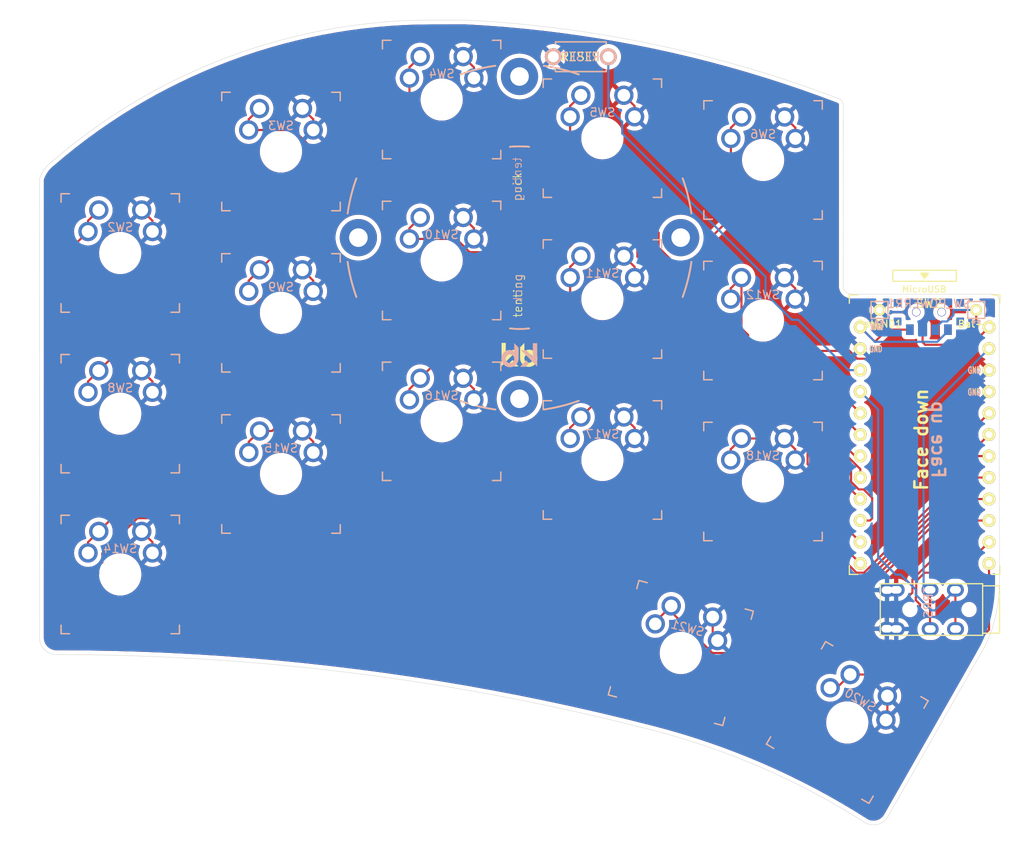
<source format=kicad_pcb>
(kicad_pcb (version 20211014) (generator pcbnew)
  (layers (0 "F.Cu" signal) (31 "B.Cu" signal) (34 "B.Paste" user) (35 "F.Paste" user) (36 "B.SilkS" user "B.Silkscreen") (37 "F.SilkS" user "F.Silkscreen") (38 "B.Mask" user) (39 "F.Mask" user) (44 "Edge.Cuts" user))
  (net 0 "")
  (net 1 "gnd")
  (net 2 "vcc")
  (net 3 "Switch18")
  (net 4 "reset")
  (net 5 "Switch1")
  (net 6 "Switch2")
  (net 7 "Switch3")
  (net 8 "Switch4")
  (net 9 "Switch5")
  (net 10 "Switch6")
  (net 11 "Switch7")
  (net 12 "Switch8")
  (net 13 "Switch9")
  (net 14 "Switch10")
  (net 15 "Switch11")
  (net 16 "Switch12")
  (net 17 "Switch13")
  (net 18 "Switch14")
  (net 19 "Switch15")
  (net 20 "Switch16")
  (net 21 "Switch17")
  (net 22 "raw")
  (net 23 "BT+_r")
  (net 24 "Net-(SW_POWERR1-Pad1)")
  (footprint "kbd:1pin_conn" (layer "F.Cu") (at 146.19 83.736)
    (fp_text reference "Bat+r1")
    (fp_text value "MountingHole_Pad" hide)
  )
  (footprint "kbd:1pin_conn" (layer "F.Cu") (at 134.76 83.736)
    (fp_text reference "BatGND1")
    (fp_text value "MountingHole_Pad" hide)
  )
  (footprint "Kailh:TRRS-PJ-DPB2" (layer "F.Cu") (at 146.95 119.15 -90)
    (fp_text reference "J2")
    (fp_text value "AudioJack4dpb" hide)
  )
  (footprint "Kailh:SW_MX_reversible_minimal" (layer "F.Cu") (at 45 77)
    (fp_text reference "SW2" hide)
    (fp_text value "SW_Push" hide)
  )
  (footprint "Kailh:SW_MX_reversible_minimal" (layer "F.Cu") (at 64 65)
    (fp_text reference "SW3" hide)
    (fp_text value "SW_Push" hide)
  )
  (footprint "Kailh:SW_MX_reversible_minimal" (layer "F.Cu") (at 83 58.86)
    (fp_text reference "SW4" hide)
    (fp_text value "SW_Push" hide)
  )
  (footprint "Kailh:SW_MX_reversible_minimal" (layer "F.Cu") (at 101.994 63.432)
    (fp_text reference "SW5" hide)
    (fp_text value "SW_Push" hide)
  )
  (footprint "Kailh:SW_MX_reversible_minimal" (layer "F.Cu") (at 121 66)
    (fp_text reference "SW6" hide)
    (fp_text value "SW_Push" hide)
  )
  (footprint "Kailh:SW_MX_reversible_minimal" (layer "F.Cu") (at 45 96)
    (fp_text reference "SW8" hide)
    (fp_text value "SW_Push" hide)
  )
  (footprint "Kailh:SW_MX_reversible_minimal" (layer "F.Cu") (at 64 84.074)
    (fp_text reference "SW9" hide)
    (fp_text value "SW_Push" hide)
  )
  (footprint "Kailh:SW_MX_reversible_minimal" (layer "F.Cu") (at 83 77.878)
    (fp_text reference "SW10" hide)
    (fp_text value "SW_Push" hide)
  )
  (footprint "Kailh:SW_MX_reversible_minimal" (layer "F.Cu") (at 102 82.45)
    (fp_text reference "SW11" hide)
    (fp_text value "SW_Push" hide)
  )
  (footprint "Kailh:SW_MX_reversible_minimal" (layer "F.Cu") (at 120.98 84.99)
    (fp_text reference "SW12" hide)
    (fp_text value "SW_Push" hide)
  )
  (footprint "Kailh:SW_MX_reversible_minimal" (layer "F.Cu") (at 45 115)
    (fp_text reference "SW14" hide)
    (fp_text value "SW_Push" hide)
  )
  (footprint "Kailh:SW_MX_reversible_minimal" (layer "F.Cu") (at 64.008 103.124)
    (fp_text reference "SW15" hide)
    (fp_text value "SW_Push" hide)
  )
  (footprint "Kailh:SW_MX_reversible_minimal" (layer "F.Cu") (at 83 96.896)
    (fp_text reference "SW16" hide)
    (fp_text value "SW_Push" hide)
  )
  (footprint "Kailh:SW_MX_reversible_minimal" (layer "F.Cu") (at 102 101.468)
    (fp_text reference "SW17" hide)
    (fp_text value "SW_Push" hide)
  )
  (footprint "Kailh:SW_MX_reversible_minimal" (layer "F.Cu") (at 130.95 132.504 -30)
    (fp_text reference "SW20" hide)
    (fp_text value "SW_Push" hide)
  )
  (footprint "Kailh:SW_MX_reversible_minimal" (layer "F.Cu") (at 111.272 124.288 -15)
    (fp_text reference "SW21" hide)
    (fp_text value "SW_Push" hide)
  )
  (footprint "kbd:Tenting_Puck2" (layer "F.Cu") (at 92.202 75.184)
    (fp_text reference "REF**")
    (fp_text value "Tenting Puck")
  )
  (footprint "Kailh:SPDT_C128955r" (layer "F.Cu") (at 140.602 83.99)
    (fp_text reference "SW2")
    (fp_text value "SW_SPDT")
  )
  (footprint "Kailh:SW_MX_reversible_minimal" (layer "F.Cu") (at 120.98 104.008)
    (fp_text reference "SW18" hide)
    (fp_text value "SW_Push" hide)
  )
  (footprint "kbd:ProMicro_v3_min" (layer "F.Cu") (at 140.094 100.246)
    (fp_text reference "U1" hide)
    (fp_text value "ProMicro-kbd" hide)
  )
  (footprint "Kailh:SPDT_C128955" (layer "B.Cu") (at 140.602 83.99 180)
    (fp_text reference "SW_POWERR1")
    (fp_text value "SW_SPDT")
  )
  (footprint "kbd:ResetSW" (layer "B.Cu") (at 99.45 53.8 180)
    (fp_text reference "RSW1" hide)
    (fp_text value "SW_Push")
  )
  (gr_arc (start 148.162 81.866) (mid 148.69233 82.08567) (end 148.912 82.616) (layer "Edge.Cuts") (width 0.05))
  (gr_line (start 148.912 96.45) (end 148.912 101.262) (layer "Edge.Cuts") (width 0.05))
  (gr_line (start 131.458 81.868917) (end 148.162 81.866) (layer "Edge.Cuts") (width 0.05))
  (gr_line (start 147.161679 123.613657) (end 135.71 143.699265) (layer "Edge.Cuts") (width 0.05))
  (gr_arc (start 148.924 116.248) (mid 148.462831 120.031316) (end 147.161679 123.613657) (layer "Edge.Cuts") (width 0.05))
  (gr_line (start 148.912 82.616) (end 148.912 96.45) (layer "Edge.Cuts") (width 0.05))
  (gr_line (start 148.912 101.262) (end 148.95 111.9) (layer "Edge.Cuts") (width 0.05))
  (gr_line (start 148.95 111.9) (end 148.924 116.248) (layer "Edge.Cuts") (width 0.05))
  (gr_arc (start 131.458 81.868917) (mid 130.750893 81.576024) (end 130.458 80.868917) (layer "Edge.Cuts") (width 0.05))
  (gr_line (start 130.458 80.868917) (end 130.463 59.473) (layer "Edge.Cuts") (width 0.05))
  (gr_arc (start 35.465859 68.23732) (mid 36.023193 67.119598) (end 36.894611 66.224861) (layer "Edge.Cuts") (width 0.05))
  (gr_arc (start 85.843227 49.463504) (mid 108.303644 52.385453) (end 130.028245 58.79247) (layer "Edge.Cuts") (width 0.05))
  (gr_line (start 37.767536 124.476378) (end 37.493002 124.473917) (layer "Edge.Cuts") (width 0.05))
  (gr_arc (start 107.797707 133.384137) (mid 120.821222 137.841207) (end 132.978 144.298) (layer "Edge.Cuts") (width 0.05))
  (gr_arc (start 37.767536 124.476378) (mid 73.062529 126.72971) (end 107.797707 133.384137) (layer "Edge.Cuts") (width 0.05))
  (gr_arc (start 37.493002 124.473917) (mid 36.080534 123.924716) (end 35.458001 122.542999) (layer "Edge.Cuts") (width 0.05))
  (gr_arc (start 135.71 143.699265) (mid 134.468995 144.56898) (end 132.978 144.298) (layer "Edge.Cuts") (width 0.05))
  (gr_arc (start 130.028245 58.79247) (mid 130.345034 59.069226) (end 130.463 59.473) (layer "Edge.Cuts") (width 0.05))
  (gr_line (start 35.465859 68.23732) (end 35.458001 122.542999) (layer "Edge.Cuts") (width 0.05))
  (gr_line (start 85.843227 49.463504) (end 81.868 49.468) (layer "Edge.Cuts") (width 0.05))
  (gr_arc (start 36.894611 66.224861) (mid 57.871135 53.793316) (end 81.868 49.468) (layer "Edge.Cuts") (width 0.05))
  (gr_text "Face up" (at 141.7 99.06 -90) (layer "B.SilkS") (effects (font (size 1.5 1.5) (thickness 0.3)) (justify mirror)))
  (gr_text "Face down" (at 139.7 99.06 90) (layer "F.SilkS") (effects (font (size 1.5 1.5) (thickness 0.3))))
  (segment (start 115.040252 120.038497) (end 115.040252 122.251323) (width 0.25) (layer "F.Cu") (net 1))
  (segment (start 67.818 99.314) (end 67.818 100.584) (width 0.25) (layer "F.Cu") (net 1))
  (segment (start 104.54 77.37) (end 105.81 78.64) (width 0.25) (layer "F.Cu") (net 1))
  (segment (start 104.534 58.352) (end 105.804 59.622) (width 0.25) (layer "F.Cu") (net 1))
  (segment (start 135.65 116.85) (end 136.7 116.85) (width 0.25) (layer "F.Cu") (net 1))
  (segment (start 124.79 100.198) (end 124.79 101.468) (width 0.25) (layer "F.Cu") (net 1))
  (segment (start 104.54 96.388) (end 105.81 97.658) (width 0.25) (layer "F.Cu") (net 1))
  (segment (start 136.7 116.85) (end 136.73 116.82) (width 0.25) (layer "F.Cu") (net 1))
  (segment (start 135.689705 129.374591) (end 135.689705 132.039147) (width 0.25) (layer "F.Cu") (net 1))
  (segment (start 124.79 81.18) (end 124.79 82.45) (width 0.25) (layer "F.Cu") (net 1))
  (segment (start 47.54 71.92) (end 48.81 73.19) (width 0.25) (layer "F.Cu") (net 1))
  (segment (start 123.54 60.92) (end 124.81 62.19) (width 0.25) (layer "F.Cu") (net 1))
  (segment (start 86.81 55.05) (end 86.81 56.32) (width 0.25) (layer "F.Cu") (net 1))
  (segment (start 47.54 109.92) (end 48.81 111.19) (width 0.25) (layer "F.Cu") (net 1))
  (segment (start 67.81 61.19) (end 67.81 62.46) (width 0.25) (layer "F.Cu") (net 1))
  (segment (start 124.81 62.19) (end 124.81 63.46) (width 0.25) (layer "F.Cu") (net 1))
  (segment (start 115.040252 122.251323) (end 115.609578 122.820649) (width 0.25) (layer "F.Cu") (net 1))
  (segment (start 123.52 79.91) (end 124.79 81.18) (width 0.25) (layer "F.Cu") (net 1))
  (segment (start 67.81 80.264) (end 67.81 81.534) (width 0.25) (layer "F.Cu") (net 1))
  (segment (start 48.81 92.19) (end 48.81 93.46) (width 0.25) (layer "F.Cu") (net 1))
  (segment (start 86.81 74.068) (end 86.81 75.338) (width 0.25) (layer "F.Cu") (net 1))
  (segment (start 136.72 121.42) (end 136.75 121.45) (width 0.25) (layer "F.Cu") (net 1))
  (segment (start 66.548 98.044) (end 67.818 99.314) (width 0.25) (layer "F.Cu") (net 1))
  (segment (start 105.81 78.64) (end 105.81 79.91) (width 0.25) (layer "F.Cu") (net 1))
  (segment (start 85.54 91.816) (end 86.81 93.086) (width 0.25) (layer "F.Cu") (net 1))
  (segment (start 86.81 93.086) (end 86.81 94.356) (width 0.25) (layer "F.Cu") (net 1))
  (segment (start 105.804 59.622) (end 105.804 60.892) (width 0.25) (layer "F.Cu") (net 1))
  (segment (start 48.81 111.19) (end 48.81 112.46) (width 0.25) (layer "F.Cu") (net 1))
  (segment (start 48.81 73.19) (end 48.81 74.46) (width 0.25) (layer "F.Cu") (net 1))
  (segment (start 105.81 97.658) (end 105.81 98.928) (width 0.25) (layer "F.Cu") (net 1))
  (segment (start 123.52 98.928) (end 124.79 100.198) (width 0.25) (layer "F.Cu") (net 1))
  (segment (start 66.54 59.92) (end 67.81 61.19) (width 0.25) (layer "F.Cu") (net 1))
  (segment (start 85.54 53.78) (end 86.81 55.05) (width 0.25) (layer "F.Cu") (net 1))
  (segment (start 85.54 72.798) (end 86.81 74.068) (width 0.25) (layer "F.Cu") (net 1))
  (segment (start 135.63 121.42) (end 136.72 121.42) (width 0.25) (layer "F.Cu") (net 1))
  (segment (start 66.54 78.994) (end 67.81 80.264) (width 0.25) (layer "F.Cu") (net 1))
  (segment (start 47.54 90.92) (end 48.81 92.19) (width 0.25) (layer "F.Cu") (net 1))
  (segment (start 135.689705 132.039147) (end 135.519557 132.209295) (width 0.25) (layer "F.Cu") (net 1))
  (segment (start 143.73 121.43) (end 143.75 121.45) (width 0.25) (layer "F.Cu") (net 2))
  (segment (start 143.73 116.82) (end 143.73 121.43) (width 0.25) (layer "F.Cu") (net 2))
  (segment (start 132.4854 93.388) (end 134.6 95.5026) (width 0.25) (layer "B.Cu") (net 2))
  (segment (start 140.8 119.25) (end 141.3 119.25) (width 0.25) (layer "B.Cu") (net 2))
  (segment (start 140.8 119.151522) (end 140.8 119.25) (width 0.25) (layer "B.Cu") (net 2))
  (segment (start 134.6 112.951522) (end 136.674239 115.025761) (width 0.25) (layer "B.Cu") (net 2))
  (segment (start 139.049239 116.799239) (end 139.049239 117.400761) (width 0.25) (layer "B.Cu") (net 2))
  (segment (start 136.674239 115.025761) (end 137.275761 115.025761) (width 0.25) (layer "B.Cu") (net 2))
  (segment (start 134.6 95.5026) (end 134.6 112.951522) (width 0.25) (layer "B.Cu") (net 2))
  (segment (start 137.275761 115.025761) (end 139.049239 116.799239) (width 0.25) (layer "B.Cu") (net 2))
  (segment (start 141.3 119.25) (end 143.73 116.82) (width 0.25) (layer "B.Cu") (net 2))
  (segment (start 139.049239 117.400761) (end 140.8 119.151522) (width 0.25) (layer "B.Cu") (net 2))
  (segment (start 140.73 121.43) (end 140.75 121.45) (width 0.25) (layer "F.Cu") (net 3))
  (segment (start 140.73 116.82) (end 140.73 121.43) (width 0.25) (layer "F.Cu") (net 3))
  (segment (start 139.97 96.0434) (end 147.7054 88.308) (width 0.25) (layer "B.Cu") (net 3))
  (segment (start 139.97 116.404) (end 139.97 96.0434) (width 0.25) (layer "B.Cu") (net 3))
  (segment (start 102.7 59.85) (end 104.336489 61.486489) (width 0.25) (layer "B.Cu") (net 4))
  (segment (start 104.336489 62.856136) (end 121.290176 79.809824) (width 0.25) (layer "B.Cu") (net 4))
  (segment (start 125.15 84.9) (end 131.098 90.848) (width 0.25) (layer "B.Cu") (net 4))
  (segment (start 104.336489 61.486489) (end 104.336489 62.856136) (width 0.25) (layer "B.Cu") (net 4))
  (segment (start 124.4 84.9) (end 125.15 84.9) (width 0.25) (layer "B.Cu") (net 4))
  (segment (start 131.098 90.848) (end 132.4854 90.848) (width 0.25) (layer "B.Cu") (net 4))
  (segment (start 121.290176 81.790176) (end 124.4 84.9) (width 0.25) (layer "B.Cu") (net 4))
  (segment (start 102.7 53.8) (end 102.7 59.85) (width 0.25) (layer "B.Cu") (net 4))
  (segment (start 121.290176 79.809824) (end 121.290176 81.790176) (width 0.25) (layer "B.Cu") (net 4))
  (segment (start 138.65048 115.602824) (end 138.65048 117.15) (width 0.25) (layer "F.Cu") (net 5))
  (segment (start 94.15 106.05) (end 88.6 100.5) (width 0.25) (layer "F.Cu") (net 5))
  (segment (start 42.35 114.8) (end 42.4 114.85) (width 0.25) (layer "F.Cu") (net 5))
  (segment (start 88.6 100.5) (end 72 100.5) (width 0.25) (layer "F.Cu") (net 5))
  (segment (start 42.46 71.92) (end 41.19 73.19) (width 0.25) (layer "F.Cu") (net 5))
  (segment (start 64.15 108.35) (end 47.034625 108.35) (width 0.25) (layer "F.Cu") (net 5))
  (segment (start 42.881089 113.568911) (end 42.35 114.1) (width 0.25) (layer "F.Cu") (net 5))
  (segment (start 72 100.5) (end 64.15 108.35) (width 0.25) (layer "F.Cu") (net 5))
  (segment (start 117.2 106.05) (end 94.15 106.05) (width 0.25) (layer "F.Cu") (net 5))
  (segment (start 125.706125 111.643875) (end 122.793875 111.643875) (width 0.25) (layer "F.Cu") (net 5))
  (segment (start 145.625304 108.628) (end 138.65048 115.602824) (width 0.25) (layer "F.Cu") (net 5))
  (segment (start 137.25144 118.54904) (end 132.611291 118.54904) (width 0.25) (layer "F.Cu") (net 5))
  (segment (start 40.85 116.4) (end 39.35 116.4) (width 0.25) (layer "F.Cu") (net 5))
  (segment (start 42.35 114.1) (end 42.35 114.8) (width 0.25) (layer "F.Cu") (net 5))
  (segment (start 41.19 73.19) (end 41.19 74.46) (width 0.25) (layer "F.Cu") (net 5))
  (segment (start 38.5 77.15) (end 41.19 74.46) (width 0.25) (layer "F.Cu") (net 5))
  (segment (start 39.35 116.4) (end 38.5 115.55) (width 0.25) (layer "F.Cu") (net 5))
  (segment (start 47.034625 108.35) (end 42.881089 112.503536) (width 0.25) (layer "F.Cu") (net 5))
  (segment (start 38.5 115.55) (end 38.5 77.15) (width 0.25) (layer "F.Cu") (net 5))
  (segment (start 42.881089 112.503536) (end 42.881089 113.568911) (width 0.25) (layer "F.Cu") (net 5))
  (segment (start 147.7054 108.628) (end 145.625304 108.628) (width 0.25) (layer "F.Cu") (net 5))
  (segment (start 132.611291 118.54904) (end 125.706125 111.643875) (width 0.25) (layer "F.Cu") (net 5))
  (segment (start 42.4 114.85) (end 40.85 116.4) (width 0.25) (layer "F.Cu") (net 5))
  (segment (start 138.65048 117.15) (end 137.25144 118.54904) (width 0.25) (layer "F.Cu") (net 5))
  (segment (start 122.793875 111.643875) (end 117.2 106.05) (width 0.25) (layer "F.Cu") (net 5))
  (segment (start 129.89542 99.95458) (end 132.4854 102.54456) (width 0.25) (layer "F.Cu") (net 6))
  (segment (start 98.170956 71.44952) (end 98.674228 71.952792) (width 0.25) (layer "F.Cu") (net 6))
  (segment (start 117.346436 87.405596) (end 117.346436 88.203565) (width 0.25) (layer "F.Cu") (net 6))
  (segment (start 132.4854 102.54456) (end 132.4854 103.548) (width 0.25) (layer "F.Cu") (net 6))
  (segment (start 91.95048 71.442792) (end 91.95048 71.44952) (width 0.25) (layer "F.Cu") (net 6))
  (segment (start 129.95096 95.300714) (end 129.95096 99.89904) (width 0.25) (layer "F.Cu") (net 6))
  (segment (start 60.19 61.19) (end 60.19 62.46) (width 0.25) (layer "F.Cu") (net 6))
  (segment (start 107.562756 74.962756) (end 107.562756 76.937244) (width 0.25) (layer "F.Cu") (net 6))
  (segment (start 125.203039 90.552793) (end 129.95096 95.300714) (width 0.25) (layer "F.Cu") (net 6))
  (segment (start 117.346436 88.203565) (end 119.895664 90.752793) (width 0.25) (layer "F.Cu") (net 6))
  (segment (start 125 90.752793) (end 125.2 90.552793) (width 0.25) (layer "F.Cu") (net 6))
  (segment (start 107.762756 77.137244) (end 107.837244 77.137244) (width 0.25) (layer "F.Cu") (net 6))
  (segment (start 98.674228 71.952792) (end 98.67654 71.95048) (width 0.25) (layer "F.Cu") (net 6))
  (segment (start 129.95096 99.89904) (end 129.89542 99.95458) (width 0.25) (layer "F.Cu") (net 6))
  (segment (start 98.67654 71.95048) (end 104.55048 71.95048) (width 0.25) (layer "F.Cu") (net 6))
  (segment (start 112.657621 82.716781) (end 117.346436 87.405596) (width 0.25) (layer "F.Cu") (net 6))
  (segment (start 60.19 62.46) (end 65.51 62.46) (width 0.25) (layer "F.Cu") (net 6))
  (segment (start 85.957688 65.45) (end 91.95048 71.442792) (width 0.25) (layer "F.Cu") (net 6))
  (segment (start 112.657621 81.957621) (end 112.657621 82.716781) (width 0.25) (layer "F.Cu") (net 6))
  (segment (start 65.51 62.46) (end 68.5 65.45) (width 0.25) (layer "F.Cu") (net 6))
  (segment (start 107.837244 77.137244) (end 112.657621 81.957621) (width 0.25) (layer "F.Cu") (net 6))
  (segment (start 104.55048 71.95048) (end 107.562756 74.962756) (width 0.25) (layer "F.Cu") (net 6))
  (segment (start 119.895664 90.752793) (end 125 90.752793) (width 0.25) (layer "F.Cu") (net 6))
  (segment (start 107.562756 76.937244) (end 107.762756 77.137244) (width 0.25) (layer "F.Cu") (net 6))
  (segment (start 125.2 90.552793) (end 125.203039 90.552793) (width 0.25) (layer "F.Cu") (net 6))
  (segment (start 91.95048 71.44952) (end 98.170956 71.44952) (width 0.25) (layer "F.Cu") (net 6))
  (segment (start 68.5 65.45) (end 85.957688 65.45) (width 0.25) (layer "F.Cu") (net 6))
  (segment (start 61.46 59.92) (end 60.19 61.19) (width 0.25) (layer "F.Cu") (net 6))
  (segment (start 125.210484 89.92452) (end 130.40048 95.114516) (width 0.25) (layer "F.Cu") (net 7))
  (segment (start 79.19 55.05) (end 79.19 56.32) (width 0.25) (layer "F.Cu") (net 7))
  (segment (start 92.143406 71) (end 98.357154 71) (width 0.25) (layer "F.Cu") (net 7))
  (segment (start 113.15048 82.573922) (end 117.762263 87.185705) (width 0.25) (layer "F.Cu") (net 7))
  (segment (start 108.20048 74.89952) (end 108.20048 76.84952) (width 0.25) (layer "F.Cu") (net 7))
  (segment (start 108.20048 76.84952) (end 108.313803 76.84952) (width 0.25) (layer "F.Cu") (net 7))
  (segment (start 108.313803 76.84952) (end 113.15096 81.686677) (width 0.25) (layer "F.Cu") (net 7))
  (segment (start 98.357154 71) (end 98.858114 71.50096) (width 0.25) (layer "F.Cu") (net 7))
  (segment (start 83.028297 64.978297) (end 86.121703 64.978297) (width 0.25) (layer "F.Cu") (net 7))
  (segment (start 120.081861 90.303273) (end 124.6 90.303273) (width 0.25) (layer "F.Cu") (net 7))
  (segment (start 98.858114 71.50096) (end 104.80192 71.50096) (width 0.25) (layer "F.Cu") (net 7))
  (segment (start 130.40048 99.536198) (end 131.872283 101.008) (width 0.25) (layer "F.Cu") (net 7))
  (segment (start 124.92452 89.92452) (end 125.210484 89.92452) (width 0.25) (layer "F.Cu") (net 7))
  (segment (start 124.92452 89.978753) (end 124.92452 89.92452) (width 0.25) (layer "F.Cu") (net 7))
  (segment (start 117.814295 87.185705) (end 117.814294 88.035706) (width 0.25) (layer "F.Cu") (net 7))
  (segment (start 79.19 56.32) (end 79.19 61.14) (width 0.25) (layer "F.Cu") (net 7))
  (segment (start 80.46 53.78) (end 79.19 55.05) (width 0.25) (layer "F.Cu") (net 7))
  (segment (start 86.121703 64.978297) (end 92.143406 71) (width 0.25) (layer "F.Cu") (net 7))
  (segment (start 79.19 61.14) (end 83.028297 64.978297) (width 0.25) (layer "F.Cu") (net 7))
  (segment (start 113.15096 81.74904) (end 113.15048 81.74952) (width 0.25) (layer "F.Cu") (net 7))
  (segment (start 124.6 90.303273) (end 124.92452 89.978753) (width 0.25) (layer "F.Cu") (net 7))
  (segment (start 130.40048 95.114516) (end 130.40048 99.536198) (width 0.25) (layer "F.Cu") (net 7))
  (segment (start 117.814294 88.035706) (end 120.081861 90.303273) (width 0.25) (layer "F.Cu") (net 7))
  (segment (start 131.872283 101.008) (end 132.4854 101.008) (width 0.25) (layer "F.Cu") (net 7))
  (segment (start 113.15096 81.686677) (end 113.15096 81.74904) (width 0.25) (layer "F.Cu") (net 7))
  (segment (start 113.15048 81.74952) (end 113.15048 82.573922) (width 0.25) (layer "F.Cu") (net 7))
  (segment (start 104.80192 71.50096) (end 108.20048 74.89952) (width 0.25) (layer "F.Cu") (net 7))
  (segment (start 117.762263 87.185705) (end 117.814295 87.185705) (width 0.25) (layer "F.Cu") (net 7))
  (segment (start 118.325 87.060693) (end 118.325 87.910694) (width 0.25) (layer "F.Cu") (net 8))
  (segment (start 130.85 94.928318) (end 130.85 96.8326) (width 0.25) (layer "F.Cu") (net 8))
  (segment (start 113.652511 82.388204) (end 118.325 87.060693) (width 0.25) (layer "F.Cu") (net 8))
  (segment (start 102 70.5) (end 104.55 70.5) (width 0.25) (layer "F.Cu") (net 8))
  (segment (start 98.184 60.892) (end 98.184 66.684) (width 0.25) (layer "F.Cu") (net 8))
  (segment (start 99.454 58.352) (end 98.184 59.622) (width 0.25) (layer "F.Cu") (net 8))
  (segment (start 98.184 59.622) (end 98.184 60.892) (width 0.25) (layer "F.Cu") (net 8))
  (segment (start 130.85 96.8326) (end 132.4854 98.468) (width 0.25) (layer "F.Cu") (net 8))
  (segment (start 108.65 76.55) (end 108.85 76.55) (width 0.25) (layer "F.Cu") (net 8))
  (segment (start 104.55 70.5) (end 108.65 74.6) (width 0.25) (layer "F.Cu") (net 8))
  (segment (start 124.253753 89.85) (end 124.629233 89.47452) (width 0.25) (layer "F.Cu") (net 8))
  (segment (start 124.629233 89.47452) (end 125.396202 89.47452) (width 0.25) (layer "F.Cu") (net 8))
  (segment (start 108.85 76.55) (end 113.60048 81.30048) (width 0.25) (layer "F.Cu") (net 8))
  (segment (start 125.396202 89.47452) (end 130.85 94.928318) (width 0.25) (layer "F.Cu") (net 8))
  (segment (start 120.264306 89.85) (end 124.253753 89.85) (width 0.25) (layer "F.Cu") (net 8))
  (segment (start 118.325 87.910694) (end 120.264306 89.85) (width 0.25) (layer "F.Cu") (net 8))
  (segment (start 113.60048 82.388204) (end 113.652511 82.388204) (width 0.25) (layer "F.Cu") (net 8))
  (segment (start 113.60048 81.30048) (end 113.60048 82.388204) (width 0.25) (layer "F.Cu") (net 8))
  (segment (start 98.184 66.684) (end 102 70.5) (width 0.25) (layer "F.Cu") (net 8))
  (segment (start 108.65 74.6) (end 108.65 76.55) (width 0.25) (layer "F.Cu") (net 8))
  (segment (start 124.067555 89.217555) (end 124.067555 89.40048) (width 0.25) (layer "F.Cu") (net 9))
  (segment (start 118.77452 87.724496) (end 118.77452 86.874495) (width 0.25) (layer "F.Cu") (net 9))
  (segment (start 125.675 89.025) (end 124.26011 89.025) (width 0.25) (layer "F.Cu") (net 9))
  (segment (start 114.05 82.149975) (end 114.05 75.956199) (width 0.25) (layer "F.Cu") (net 9))
  (segment (start 118.46 60.92) (end 117.19 62.19) (width 0.25) (layer "F.Cu") (net 9))
  (segment (start 114.05 75.956199) (end 117.19 72.816199) (width 0.25) (layer "F.Cu") (net 9))
  (segment (start 132.4854 95.928) (end 129.525 92.9676) (width 0.25) (layer "F.Cu") (net 9))
  (segment (start 124.067555 89.40048) (end 120.450504 89.40048) (width 0.25) (layer "F.Cu") (net 9))
  (segment (start 129.525 92.875) (end 125.675 89.025) (width 0.25) (layer "F.Cu") (net 9))
  (segment (start 129.525 92.9676) (end 129.525 92.875) (width 0.25) (layer "F.Cu") (net 9))
  (segment (start 117.19 62.19) (end 117.19 63.46) (width 0.25) (layer "F.Cu") (net 9))
  (segment (start 124.26011 89.025) (end 124.067555 89.217555) (width 0.25) (layer "F.Cu") (net 9))
  (segment (start 118.77452 86.874495) (end 114.05 82.149975) (width 0.25) (layer "F.Cu") (net 9))
  (segment (start 120.450504 89.40048) (end 118.77452 87.724496) (width 0.25) (layer "F.Cu") (net 9))
  (segment (start 117.19 72.816199) (end 117.19 63.46) (width 0.25) (layer "F.Cu") (net 9))
  (segment (start 85.328565 66.34904) (end 91.30144 72.321915) (width 0.25) (layer "F.Cu") (net 10))
  (segment (start 125.030643 91.651833) (end 129.05192 95.67311) (width 0.25) (layer "F.Cu") (net 10))
  (segment (start 129.05192 98.14808) (end 128.99638 98.20362) (width 0.25) (layer "F.Cu") (net 10))
  (segment (start 97.79856 72.34856) (end 98.301832 72.851832) (width 0.25) (layer "F.Cu") (net 10))
  (segment (start 103.851832 72.851832) (end 106.65048 75.65048) (width 0.25) (layer "F.Cu") (net 10))
  (segment (start 128.99638 98.20362) (end 128.99638 100.386724) (width 0.25) (layer "F.Cu") (net 10))
  (segment (start 129.05192 95.67311) (end 129.05192 98.14808) (width 0.25) (layer "F.Cu") (net 10))
  (segment (start 42.46 90.92) (end 46.1269 87.2531) (width 0.25) (layer "F.Cu") (net 10))
  (segment (start 91.30144 72.321915) (end 91.30144 72.34856) (width 0.25) (layer "F.Cu") (net 10))
  (segment (start 116.254828 87.645172) (end 116.254828 88.383394) (width 0.25) (layer "F.Cu") (net 10))
  (segment (start 46.1269 87.2531) (end 56.8469 87.2531) (width 0.25) (layer "F.Cu") (net 10))
  (segment (start 106.65048 77.30048) (end 111.758581 82.408581) (width 0.25) (layer "F.Cu") (net 10))
  (segment (start 64.5 79.6) (end 64.5 76.589718) (width 0.25) (layer "F.Cu") (net 10))
  (segment (start 41.19 92.19) (end 41.19 93.46) (width 0.25) (layer "F.Cu") (net 10))
  (segment (start 130.35 101.740343) (end 130.35 103.9526) (width 0.25) (layer "F.Cu") (net 10))
  (segment (start 106.65048 75.65048) (end 106.65048 77.30048) (width 0.25) (layer "F.Cu") (net 10))
  (segment (start 111.758581 82.408581) (end 111.758581 83.148925) (width 0.25) (layer "F.Cu") (net 10))
  (segment (start 128.99638 100.386724) (end 130.35 101.740343) (width 0.25) (layer "F.Cu") (net 10))
  (segment (start 91.30144 72.34856) (end 97.79856 72.34856) (width 0.25) (layer "F.Cu") (net 10))
  (segment (start 64.5 76.589718) (end 74.740678 66.34904) (width 0.25) (layer "F.Cu") (net 10))
  (segment (start 130.35 103.9526) (end 132.4854 106.088) (width 0.25) (layer "F.Cu") (net 10))
  (segment (start 111.758581 83.148925) (end 116.254828 87.645172) (width 0.25) (layer "F.Cu") (net 10))
  (segment (start 116.254828 88.383394) (end 119.523268 91.651833) (width 0.25) (layer "F.Cu") (net 10))
  (segment (start 56.8469 87.2531) (end 64.5 79.6) (width 0.25) (layer "F.Cu") (net 10))
  (segment (start 42.46 90.92) (end 41.19 92.19) (width 0.25) (layer "F.Cu") (net 10))
  (segment (start 74.740678 66.34904) (end 85.328565 66.34904) (width 0.25) (layer "F.Cu") (net 10))
  (segment (start 98.301832 72.851832) (end 103.851832 72.851832) (width 0.25) (layer "F.Cu") (net 10))
  (segment (start 119.523268 91.651833) (end 125.030643 91.651833) (width 0.25) (layer "F.Cu") (net 10))
  (segment (start 116.728577 88.221424) (end 119.709466 91.202313) (width 0.25) (layer "F.Cu") (net 11))
  (segment (start 91.514283 71.89904) (end 97.984758 71.89904) (width 0.25) (layer "F.Cu") (net 11))
  (segment (start 129.50144 99.712842) (end 129.4459 99.768382) (width 0.25) (layer "F.Cu") (net 11))
  (segment (start 107.1 77.110206) (end 110.032653 80.042859) (width 0.25) (layer "F.Cu") (net 11))
  (segment (start 132.88396 104.95) (end 133.89198 105.95802) (width 0.25) (layer "F.Cu") (net 11))
  (segment (start 132.3 104.95) (end 132.88396 104.95) (width 0.25) (layer "F.Cu") (net 11))
  (segment (start 110.107141 80.042859) (end 112.208101 82.143819) (width 0.25) (layer "F.Cu") (net 11))
  (segment (start 85.514763 65.89952) (end 91.514283 71.89904) (width 0.25) (layer "F.Cu") (net 11))
  (segment (start 60.19 80.264) (end 60.19 81.534) (width 0.25) (layer "F.Cu") (net 11))
  (segment (start 129.50144 95.486912) (end 129.50144 99.712842) (width 0.25) (layer "F.Cu") (net 11))
  (segment (start 112.208101 82.962727) (end 116.728577 87.483203) (width 0.25) (layer "F.Cu") (net 11))
  (segment (start 110.032653 80.042859) (end 110.107141 80.042859) (width 0.25) (layer "F.Cu") (net 11))
  (segment (start 133.89198 108.37406) (end 133.63804 108.628) (width 0.25) (layer "F.Cu") (net 11))
  (segment (start 104.35 72.4) (end 107.1 75.15) (width 0.25) (layer "F.Cu") (net 11))
  (segment (start 129.4459 100.200526) (end 131.398889 102.153514) (width 0.25) (layer "F.Cu") (net 11))
  (segment (start 119.709466 91.202313) (end 125.197687 91.202313) (width 0.25) (layer "F.Cu") (net 11))
  (segment (start 125.207264 91.192736) (end 129.50144 95.486912) (width 0.25) (layer "F.Cu") (net 11))
  (segment (start 104.347688 72.402312) (end 104.35 72.4) (width 0.25) (layer "F.Cu") (net 11))
  (segment (start 129.4459 99.768382) (end 129.4459 100.200526) (width 0.25) (layer "F.Cu") (net 11))
  (segment (start 133.63804 108.628) (end 132.4854 108.628) (width 0.25) (layer "F.Cu") (net 11))
  (segment (start 97.984758 71.89904) (end 98.48803 72.402312) (width 0.25) (layer "F.Cu") (net 11))
  (segment (start 98.48803 72.402312) (end 104.347688 72.402312) (width 0.25) (layer "F.Cu") (net 11))
  (segment (start 133.89198 105.95802) (end 133.89198 108.37406) (width 0.25) (layer "F.Cu") (net 11))
  (segment (start 131.398889 102.153514) (end 131.398889 104.048889) (width 0.25) (layer "F.Cu") (net 11))
  (segment (start 116.728577 87.483203) (end 116.728577 88.221424) (width 0.25) (layer "F.Cu") (net 11))
  (segment (start 61.46 78.994) (end 74.55448 65.89952) (width 0.25) (layer "F.Cu") (net 11))
  (segment (start 131.398889 104.048889) (end 132.3 104.95) (width 0.25) (layer "F.Cu") (net 11))
  (segment (start 61.46 78.994) (end 60.19 80.264) (width 0.25) (layer "F.Cu") (net 11))
  (segment (start 74.55448 65.89952) (end 85.514763 65.89952) (width 0.25) (layer "F.Cu") (net 11))
  (segment (start 107.1 75.15) (end 107.1 77.110206) (width 0.25) (layer "F.Cu") (net 11))
  (segment (start 125.197687 91.202313) (end 125.207264 91.192736) (width 0.25) (layer "F.Cu") (net 11))
  (segment (start 112.208101 82.143819) (end 112.208101 82.962727) (width 0.25) (layer "F.Cu") (net 11))
  (segment (start 128.54686 100.57292) (end 129.90048 101.926541) (width 0.25) (layer "F.Cu") (net 12))
  (segment (start 129.90048 108.58308) (end 132.4854 111.168) (width 0.25) (layer "F.Cu") (net 12))
  (segment (start 128.6024 95.859308) (end 128.54686 95.914848) (width 0.25) (layer "F.Cu") (net 12))
  (segment (start 106.132141 77.417859) (end 111.032141 82.317859) (width 0.25) (layer "F.Cu") (net 12))
  (segment (start 115.073939 87.1) (end 115.073939 87.123939) (width 0.25) (layer "F.Cu") (net 12))
  (segment (start 119.33707 92.101353) (end 124.844445 92.101353) (width 0.25) (layer "F.Cu") (net 12))
  (segment (start 115.805308 87.855308) (end 115.805308 88.56959) (width 0.25) (layer "F.Cu") (net 12))
  (segment (start 79.19 75.338) (end 84.734625 75.338) (width 0.25) (layer "F.Cu") (net 12))
  (segment (start 84.734625 75.338) (end 86.296625 76.9) (width 0.25) (layer "F.Cu") (net 12))
  (segment (start 99.95 74.45) (end 104.814282 74.45) (width 0.25) (layer "F.Cu") (net 12))
  (segment (start 104.814282 74.45) (end 106.132141 75.767859) (width 0.25) (layer "F.Cu") (net 12))
  (segment (start 128.54686 95.914848) (end 128.54686 100.57292) (width 0.25) (layer "F.Cu") (net 12))
  (segment (start 115.073939 87.123939) (end 115.805308 87.855308) (width 0.25) (layer "F.Cu") (net 12))
  (segment (start 106.132141 75.767859) (end 106.132141 77.417859) (width 0.25) (layer "F.Cu") (net 12))
  (segment (start 129.90048 101.926541) (end 129.90048 108.58308) (width 0.25) (layer "F.Cu") (net 12))
  (segment (start 79.19 74.068) (end 79.19 75.338) (width 0.25) (layer "F.Cu") (net 12))
  (segment (start 80.46 72.798) (end 79.19 74.068) (width 0.25) (layer "F.Cu") (net 12))
  (segment (start 111.032141 82.317859) (end 111.032141 83.058202) (width 0.25) (layer "F.Cu") (net 12))
  (segment (start 97.5 76.9) (end 99.95 74.45) (width 0.25) (layer "F.Cu") (net 12))
  (segment (start 124.844445 92.101353) (end 128.6024 95.859308) (width 0.25) (layer "F.Cu") (net 12))
  (segment (start 111.032141 83.058202) (end 115.073939 87.1) (width 0.25) (layer "F.Cu") (net 12))
  (segment (start 115.805308 88.56959) (end 119.33707 92.101353) (width 0.25) (layer "F.Cu") (net 12))
  (segment (start 86.296625 76.9) (end 97.5 76.9) (width 0.25) (layer "F.Cu") (net 12))
  (segment (start 119.100644 92.550873) (end 115.936427 89.386656) (width 0.25) (layer "F.Cu") (net 13))
  (segment (start 98.19 78.64) (end 98.19 79.91) (width 0.25) (layer "F.Cu") (net 13))
  (segment (start 128.06911 95.961736) (end 128.06911 100.73089) (width 0.25) (layer "F.Cu") (net 13))
  (segment (start 129.45096 102.112739) (end 129.45096 110.67356) (width 0.25) (layer "F.Cu") (net 13))
  (segment (start 115.936427 89.386656) (end 115.936427 89.336427) (width 0.25) (layer "F.Cu") (net 13))
  (segment (start 98.19 87.962625) (end 98.19 79.91) (width 0.25) (layer "F.Cu") (net 13))
  (segment (start 129.45096 110.67356) (end 132.4854 113.708) (width 0.25) (layer "F.Cu") (net 13))
  (segment (start 119.889094 92.550873) (end 124.658247 92.550873) (width 0.25) (layer "F.Cu") (net 13))
  (segment (start 128.06911 100.73089) (end 129.45096 102.112739) (width 0.25) (layer "F.Cu") (net 13))
  (segment (start 120.499127 92.550873) (end 119.100644 92.550873) (width 0.25) (layer "F.Cu") (net 13))
  (segment (start 99.563803 89.336427) (end 98.19 87.962625) (width 0.25) (layer "F.Cu") (net 13))
  (segment (start 124.658247 92.550873) (end 128.06911 95.961736) (width 0.25) (layer "F.Cu") (net 13))
  (segment (start 99.46 77.37) (end 98.19 78.64) (width 0.25) (layer "F.Cu") (net 13))
  (segment (start 115.936427 89.336427) (end 99.563803 89.336427) (width 0.25) (layer "F.Cu") (net 13))
  (segment (start 123.788802 88.57548) (end 131.21632 88.57548) (width 0.25) (layer "F.Cu") (net 14))
  (segment (start 120.62404 88.9) (end 123.464282 88.9) (width 0.25) (layer "F.Cu") (net 14))
  (segment (start 131.21632 88.57548) (end 132.14084 89.5) (width 0.25) (layer "F.Cu") (net 14))
  (segment (start 132.14084 89.5) (end 143.9734 89.5) (width 0.25) (layer "F.Cu") (net 14))
  (segment (start 143.9734 89.5) (end 147.7054 85.768) (width 0.25) (layer "F.Cu") (net 14))
  (segment (start 118.44 85.904257) (end 119.22404 86.688297) (width 0.25) (layer "F.Cu") (net 14))
  (segment (start 123.464282 88.9) (end 123.788802 88.57548) (width 0.25) (layer "F.Cu") (net 14))
  (segment (start 118.44 79.91) (end 117.17 81.18) (width 0.25) (layer "F.Cu") (net 14))
  (segment (start 117.17 81.18) (end 117.17 82.45) (width 0.25) (layer "F.Cu") (net 14))
  (segment (start 119.22404 86.688297) (end 119.22404 87.5) (width 0.25) (layer "F.Cu") (net 14))
  (segment (start 118.44 79.91) (end 118.44 85.904257) (width 0.25) (layer "F.Cu") (net 14))
  (segment (start 119.22404 87.5) (end 120.62404 88.9) (width 0.25) (layer "F.Cu") (net 14))
  (segment (start 124.472049 93.000393) (end 127.61959 96.147934) (width 0.25) (layer "F.Cu") (net 15))
  (segment (start 132.035351 114.794511) (end 132.935449 114.794511) (width 0.25) (layer "F.Cu") (net 15))
  (segment (start 74.75 85.6) (end 95.191657 85.6) (width 0.25) (layer "F.Cu") (net 15))
  (segment (start 115.7 89.785947) (end 118.914446 93.000393) (width 0.25) (layer "F.Cu") (net 15))
  (segment (start 95.191657 85.6) (end 99.541659 89.95) (width 0.25) (layer "F.Cu") (net 15))
  (segment (start 99.705712 89.785947) (end 115.7 89.785947) (width 0.25) (layer "F.Cu") (net 15))
  (segment (start 57.19 95.19) (end 65.16 95.19) (width 0.25) (layer "F.Cu") (net 15))
  (segment (start 118.914446 93.000393) (end 124.472049 93.000393) (width 0.25) (layer "F.Cu") (net 15))
  (segment (start 41.19 111.19) (end 41.19 112.46) (width 0.25) (layer "F.Cu") (net 15))
  (segment (start 127.81959 101.18041) (end 127.88041 101.18041) (width 0.25) (layer "F.Cu") (net 15))
  (segment (start 128.92042 111.67958) (end 132.035351 114.794511) (width 0.25) (layer "F.Cu") (net 15))
  (segment (start 129.00144 102.30144) (end 129.00144 111.59856) (width 0.25) (layer "F.Cu") (net 15))
  (segment (start 127.88041 101.18041) (end 129.00144 102.30144) (width 0.25) (layer "F.Cu") (net 15))
  (segment (start 42.46 109.92) (end 57.19 95.19) (width 0.25) (layer "F.Cu") (net 15))
  (segment (start 132.935449 114.794511) (end 142.5 105.22996) (width 0.25) (layer "F.Cu") (net 15))
  (segment (start 142.5 101.1334) (end 147.7054 95.928) (width 0.25) (layer "F.Cu") (net 15))
  (segment (start 65.16 95.19) (end 74.75 85.6) (width 0.25) (layer "F.Cu") (net 15))
  (segment (start 42.46 109.92) (end 41.19 111.19) (width 0.25) (layer "F.Cu") (net 15))
  (segment (start 129.00144 111.59856) (end 128.92042 111.67958) (width 0.25) (layer "F.Cu") (net 15))
  (segment (start 99.541659 89.95) (end 99.705712 89.785947) (width 0.25) (layer "F.Cu") (net 15))
  (segment (start 142.5 105.22996) (end 142.5 101.1334) (width 0.25) (layer "F.Cu") (net 15))
  (segment (start 127.61959 100.98041) (end 127.81959 101.18041) (width 0.25) (layer "F.Cu") (net 15))
  (segment (start 127.61959 96.147934) (end 127.61959 100.98041) (width 0.25) (layer "F.Cu") (net 15))
  (segment (start 95.005459 86.04952) (end 74.936197 86.04952) (width 0.25) (layer "F.Cu") (net 16))
  (segment (start 128.377561 111.772439) (end 128.377561 102.574098) (width 0.25) (layer "F.Cu") (net 16))
  (segment (start 147.7054 98.468) (end 142.94952 103.22388) (width 0.25) (layer "F.Cu") (net 16))
  (segment (start 99.355461 90.39952) (end 95.005459 86.04952) (width 0.25) (layer "F.Cu") (net 16))
  (segment (start 124.285851 93.449913) (end 118.614446 93.449913) (width 0.25) (layer "F.Cu") (net 16))
  (segment (start 118.614446 93.449913) (end 115.564052 90.39952) (width 0.25) (layer "F.Cu") (net 16))
  (segment (start 142.95 105.415677) (end 133.121646 115.244031) (width 0.25) (layer "F.Cu") (net 16))
  (segment (start 131.849154 115.244031) (end 128.377561 111.772439) (width 0.25) (layer "F.Cu") (net 16))
  (segment (start 61.468 98.044) (end 60.198 99.314) (width 0.25) (layer "F.Cu") (net 16))
  (segment (start 62.941717 98.044) (end 61.468 98.044) (width 0.25) (layer "F.Cu") (net 16))
  (segment (start 74.936197 86.04952) (end 62.941717 98.044) (width 0.25) (layer "F.Cu") (net 16))
  (segment (start 133.121646 115.244031) (end 131.849154 115.244031) (width 0.25) (layer "F.Cu") (net 16))
  (segment (start 60.198 99.314) (end 60.198 100.584) (width 0.25) (layer "F.Cu") (net 16))
  (segment (start 115.564052 90.39952) (end 99.355461 90.39952) (width 0.25) (layer "F.Cu") (net 16))
  (segment (start 127.17007 101.366607) (end 127.17007 96.334132) (width 0.25) (layer "F.Cu") (net 16))
  (segment (start 142.94952 103.22388) (end 142.94952 105.415197) (width 0.25) (layer "F.Cu") (net 16))
  (segment (start 128.377561 102.574098) (end 127.17007 101.366607) (width 0.25) (layer "F.Cu") (net 16))
  (segment (start 127.17007 96.334132) (end 124.285851 93.449913) (width 0.25) (layer "F.Cu") (net 16))
  (segment (start 142.94952 105.415197) (end 142.95 105.415677) (width 0.25) (layer "F.Cu") (net 16))
  (segment (start 127.928041 111.921959) (end 127.909703 111.940297) (width 0.25) (layer "F.Cu") (net 17))
  (segment (start 99.09904 90.84904) (end 99.09904 90.778819) (width 0.25) (layer "F.Cu") (net 17))
  (segment (start 80.46 91.816) (end 79.19 93.086) (width 0.25) (layer "F.Cu") (net 17))
  (segment (start 147.7054 101.008) (end 145.801118 101.008) (width 0.25) (layer "F.Cu") (net 17))
  (segment (start 143.39952 105.601875) (end 133.307844 115.693551) (width 0.25) (layer "F.Cu") (net 17))
  (segment (start 118.478815 93.95) (end 115.377855 90.84904) (width 0.25) (layer "F.Cu") (net 17))
  (segment (start 124.15022 93.95) (end 118.478815 93.95) (width 0.25) (layer "F.Cu") (net 17))
  (segment (start 126.72055 101.792509) (end 127.928041 103) (width 0.25) (layer "F.Cu") (net 17))
  (segment (start 126.72055 101.47055) (end 126.72055 96.52033) (width 0.25) (layer "F.Cu") (net 17))
  (segment (start 145.801118 101.008) (end 143.39904 103.410078) (width 0.25) (layer "F.Cu") (net 17))
  (segment (start 143.39904 103.410078) (end 143.39952 103.410558) (width 0.25) (layer "F.Cu") (net 17))
  (segment (start 127.928041 111.958636) (end 131.662956 115.693551) (width 0.25) (layer "F.Cu") (net 17))
  (segment (start 133.307844 115.693551) (end 131.662956 115.693551) (width 0.25) (layer "F.Cu") (net 17))
  (segment (start 94.870221 86.55) (end 85.726 86.55) (width 0.25) (layer "F.Cu") (net 17))
  (segment (start 99.09904 90.778819) (end 94.870221 86.55) (width 0.25) (layer "F.Cu") (net 17))
  (segment (start 126.72055 96.52033) (end 124.15022 93.95) (width 0.25) (layer "F.Cu") (net 17))
  (segment (start 79.19 93.086) (end 79.19 94.356) (width 0.25) (layer "F.Cu") (net 17))
  (segment (start 127.928041 103) (end 127.928041 111.921959) (width 0.25) (layer "F.Cu") (net 17))
  (segment (start 126.72055 101.47055) (end 126.72055 101.792509) (width 0.25) (layer "F.Cu") (net 17))
  (segment (start 143.39952 103.410558) (end 143.39952 105.601875) (width 0.25) (layer "F.Cu") (net 17))
  (segment (start 127.928041 111.921959) (end 127.928041 111.958636) (width 0.25) (layer "F.Cu") (net 17))
  (segment (start 115.377855 90.84904) (end 99.09904 90.84904) (width 0.25) (layer "F.Cu") (net 17))
  (segment (start 85.726 86.55) (end 80.46 91.816) (width 0.25) (layer "F.Cu") (net 17))
  (segment (start 104.54944 91.29856) (end 99.46 96.388) (width 0.25) (layer "F.Cu") (net 18))
  (segment (start 123.964022 94.39952) (end 118.292617 94.39952) (width 0.25) (layer "F.Cu") (net 18))
  (segment (start 127.391843 112.058157) (end 127.391843 111.836678) (width 0.25) (layer "F.Cu") (net 18))
  (segment (start 147.7054 103.548) (end 146.089113 103.548) (width 0.25) (layer "F.Cu") (net 18))
  (segment (start 126.257511 101.965187) (end 126.257511 96.693009) (width 0.25) (layer "F.Cu") (net 18))
  (segment (start 146.089113 103.548) (end 133.494041 116.143071) (width 0.25) (layer "F.Cu") (net 18))
  (segment (start 99.46 96.388) (end 98.19 97.658) (width 0.25) (layer "F.Cu") (net 18))
  (segment (start 98.19 97.658) (end 98.19 98.928) (width 0.25) (layer "F.Cu") (net 18))
  (segment (start 133.494041 116.143071) (end 131.476757 116.143071) (width 0.25) (layer "F.Cu") (net 18))
  (segment (start 127.478521 111.75) (end 127.478521 103.186197) (width 0.25) (layer "F.Cu") (net 18))
  (segment (start 126.257511 96.693009) (end 123.964022 94.39952) (width 0.25) (layer "F.Cu") (net 18))
  (segment (start 127.391843 111.836678) (end 127.478521 111.75) (width 0.25) (layer "F.Cu") (net 18))
  (segment (start 131.476757 116.143071) (end 127.391843 112.058157) (width 0.25) (layer "F.Cu") (net 18))
  (segment (start 115.191657 91.29856) (end 104.54944 91.29856) (width 0.25) (layer "F.Cu") (net 18))
  (segment (start 118.292617 94.39952) (end 115.191657 91.29856) (width 0.25) (layer "F.Cu") (net 18))
  (segment (start 127.478521 103.186197) (end 126.257511 101.965187) (width 0.25) (layer "F.Cu") (net 18))
  (segment (start 123.151089 102.151089) (end 127.029001 106.029001) (width 0.25) (layer "F.Cu") (net 19))
  (segment (start 127.029001 106.029001) (end 126.873984 106.184018) (width 0.25) (layer "F.Cu") (net 19))
  (segment (start 126.873984 112.176016) (end 131.29056 116.592591) (width 0.25) (layer "F.Cu") (net 19))
  (segment (start 118.44 98.928) (end 117.17 100.198) (width 0.25) (layer "F.Cu") (net 19))
  (segment (start 131.29056 116.592591) (end 133.68024 116.592591) (width 0.25) (layer "F.Cu") (net 19))
  (segment (start 126.873984 106.184018) (end 126.873984 112.176016) (width 0.25) (layer "F.Cu") (net 19))
  (segment (start 133.68024 116.592591) (end 144.184831 106.088) (width 0.25) (layer "F.Cu") (net 19))
  (segment (start 123.098911 102.151089) (end 123.151089 102.151089) (width 0.25) (layer "F.Cu") (net 19))
  (segment (start 117.17 100.198) (end 117.17 101.468) (width 0.25) (layer "F.Cu") (net 19))
  (segment (start 118.44 98.928) (end 120.128 98.928) (width 0.25) (layer "F.Cu") (net 19))
  (segment (start 120.128 98.928) (end 123.098911 101.898911) (width 0.25) (layer "F.Cu") (net 19))
  (segment (start 123.098911 101.898911) (end 123.098911 102.151089) (width 0.25) (layer "F.Cu") (net 19))
  (segment (start 144.184831 106.088) (end 147.7054 106.088) (width 0.25) (layer "F.Cu") (net 19))
  (segment (start 110.133349 118.723696) (end 108.249223 120.607822) (width 0.25) (layer "F.Cu") (net 20))
  (segment (start 139.05 120.4) (end 139.05 123.164282) (width 0.25) (layer "F.Cu") (net 20))
  (segment (start 140.094511 114.794511) (end 139.1 115.789022) (width 0.25) (layer "F.Cu") (net 20))
  (segment (start 110.133349 119.419795) (end 110.133349 118.723696) (width 0.25) (layer "F.Cu") (net 20))
  (segment (start 108.249223 120.607822) (end 108.249223 120.848448) (width 0.25) (layer "F.Cu") (net 20))
  (segment (start 139.55 119.95) (end 139.5 119.95) (width 0.25) (layer "F.Cu") (net 20))
  (segment (start 115.001714 124.28816) (end 110.133349 119.419795) (width 0.25) (layer "F.Cu") (net 20))
  (segment (start 139.1 115.789022) (end 139.1 117.657521) (width 0.25) (layer "F.Cu") (net 20))
  (segment (start 137.926122 124.28816) (end 115.001714 124.28816) (width 0.25) (layer "F.Cu") (net 20))
  (segment (start 139.5 119.95) (end 139.05 120.4) (width 0.25) (layer "F.Cu") (net 20))
  (segment (start 147.7054 111.168) (end 144.078889 114.794511) (width 0.25) (layer "F.Cu") (net 20))
  (segment (start 139.1 117.657521) (end 139.05 117.707521) (width 0.25) (layer "F.Cu") (net 20))
  (segment (start 139.05 118.05) (end 139.55 118.55) (width 0.25) (layer "F.Cu") (net 20))
  (segment (start 139.05 117.707521) (end 139.05 118.05) (width 0.25) (layer "F.Cu") (net 20))
  (segment (start 139.05 123.164282) (end 137.926122 124.28816) (width 0.25) (layer "F.Cu") (net 20))
  (segment (start 144.078889 114.794511) (end 140.094511 114.794511) (width 0.25) (layer "F.Cu") (net 20))
  (segment (start 139.55 118.55) (end 139.55 119.95) (width 0.25) (layer "F.Cu") (net 20))
  (segment (start 131.290295 126.834591) (end 129.725591 128.399295) (width 0.25) (layer "F.Cu") (net 21))
  (segment (start 129.725591 128.399295) (end 128.920443 128.399295) (width 0.25) (layer "F.Cu") (net 21))
  (segment (start 147.7054 121.5446) (end 142.415409 126.834591) (width 0.25) (layer "F.Cu") (net 21))
  (segment (start 147.7054 113.708) (end 147.7054 121.5446) (width 0.25) (layer "F.Cu") (net 21))
  (segment (start 142.415409 126.834591) (end 131.290295 126.834591) (width 0.25) (layer "F.Cu") (net 21))
  (segment (start 135.6524 86.065) (end 138.352 86.065) (width 0.25) (layer "F.Cu") (net 22))
  (segment (start 134.2174 87.5) (end 135.6524 86.065) (width 0.25) (layer "F.Cu") (net 22))
  (segment (start 132.4854 85.768) (end 134.2174 87.5) (width 0.25) (layer "F.Cu") (net 22))
  (segment (start 142.852 86.065) (end 142.852 86.24) (width 0.25) (layer "B.Cu") (net 22))
  (segment (start 134.2174 87.5) (end 132.4854 85.768) (width 0.25) (layer "B.Cu") (net 22))
  (segment (start 141.592 87.5) (end 134.2174 87.5) (width 0.25) (layer "B.Cu") (net 22))
  (segment (start 142.852 86.24) (end 141.592 87.5) (width 0.25) (layer "B.Cu") (net 22))
  (segment (start 140.15 87.85) (end 143.95 87.85) (width 0.25) (layer "F.Cu") (net 23))
  (segment (start 146.19 85.61) (end 146.19 83.736) (width 0.25) (layer "F.Cu") (net 23))
  (segment (start 143.95 87.85) (end 146.19 85.61) (width 0.25) (layer "F.Cu") (net 23))
  (segment (start 139.852 87.552) (end 140.15 87.85) (width 0.25) (layer "F.Cu") (net 23))
  (segment (start 139.852 86.065) (end 139.852 87.552) (width 0.25) (layer "F.Cu") (net 23))
  (segment (start 141.352 85.89) (end 142.146 85.096) (width 0.25) (layer "B.Cu") (net 23))
  (segment (start 143.506 83.736) (end 143.506 84.344) (width 0.25) (layer "B.Cu") (net 23))
  (segment (start 143.506 84.344) (end 142.754 85.096) (width 0.25) (layer "B.Cu") (net 23))
  (segment (start 142.754 85.096) (end 142.146 85.096) (width 0.25) (layer "B.Cu") (net 23))
  (segment (start 141.352 86.065) (end 141.352 85.89) (width 0.25) (layer "B.Cu") (net 23))
  (segment (start 143.506 83.736) (end 146.19 83.736) (width 0.25) (layer "B.Cu") (net 23))
  (zone (net 1) (net_name "gnd") (layers F&B.Cu) (connect_pads (clearance 0.508)) (min_thickness 0.254) (fill yes (thermal_gap 0.508) (thermal_bridge_width 0.508) (island_removal_mode 1) (island_area_min 0))
    (polygon (pts (xy 151.476154 47.910806) (xy 151.841623 146.745334) (xy 30.791298 146.150384) (xy 30.7848 47.0916)))
  )
)
</source>
